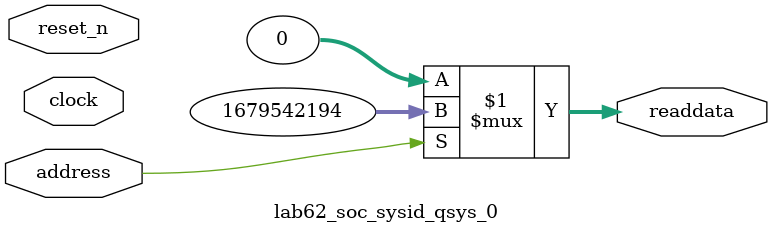
<source format=v>



// synthesis translate_off
`timescale 1ns / 1ps
// synthesis translate_on

// turn off superfluous verilog processor warnings 
// altera message_level Level1 
// altera message_off 10034 10035 10036 10037 10230 10240 10030 

module lab62_soc_sysid_qsys_0 (
               // inputs:
                address,
                clock,
                reset_n,

               // outputs:
                readdata
             )
;

  output  [ 31: 0] readdata;
  input            address;
  input            clock;
  input            reset_n;

  wire    [ 31: 0] readdata;
  //control_slave, which is an e_avalon_slave
  assign readdata = address ? 1679542194 : 0;

endmodule



</source>
